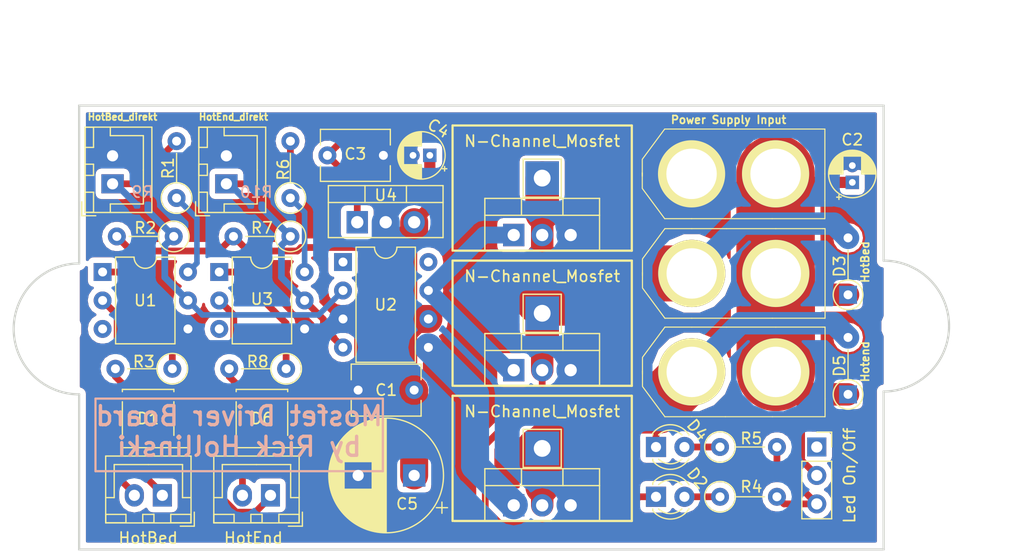
<source format=kicad_pcb>
(kicad_pcb (version 20171130) (host pcbnew "(5.0.0)")
  (layers (0 F.Cu signal) (31 B.Cu signal) (34 B.Paste user) (35 F.Paste user) (36 B.SilkS user) (37 F.SilkS user) (38 B.Mask user) (39 F.Mask user) (44 Edge.Cuts user))
  (net 0 "")
  (net 1 GND)
  (net 2 +10V)
  (net 3 VCC)
  (net 4 "Net-(D1-Pad1)")
  (net 5 "Net-(D1-Pad2)")
  (net 6 "Net-(D1-Pad3)")
  (net 7 "Net-(D1-Pad4)")
  (net 8 "Net-(D2-Pad2)")
  (net 9 "Net-(D2-Pad1)")
  (net 10 "Net-(D4-Pad1)")
  (net 11 "Net-(D4-Pad2)")
  (net 12 "Net-(D6-Pad4)")
  (net 13 "Net-(D6-Pad3)")
  (net 14 "Net-(D6-Pad2)")
  (net 15 "Net-(D6-Pad1)")
  (net 16 direct_Input1)
  (net 17 direct_Input2)
  (net 18 "Net-(Q1-Pad1)")
  (net 19 "Net-(Q3-Pad1)")
  (net 20 "Net-(R1-Pad1)")
  (net 21 "Net-(R2-Pad1)")
  (net 22 "Net-(R3-Pad1)")
  (net 23 "Net-(R4-Pad2)")
  (net 24 "Net-(R6-Pad1)")
  (net 25 "Net-(R8-Pad1)")
  (net 26 "Net-(R10-Pad1)")
  (module MountingHole:MountingHole_3.2mm_M3 (layer B.Cu) (at 94.541006 93.617747 180)
    (fp_text reference MH1 hide)
    (fp_text value MountingHole)
    (pad 1 np_thru_hole circle (at 0 0 180) (size 3.2 3.2) (drill 3.2) (layers *.Cu *.Mask))
  )
  (module Connector_JST:JST_XH_B02B-XH-A_1x02_P2.50mm_Vertical (layer F.Cu) (at 99.441 80.645 90)
    (fp_text reference J6 hide)
    (fp_text value HotBed_direkt (at 5.969 0.889 180) (layer F.SilkS) (effects (font (size 0.6 0.6))))
    (pad 2 thru_hole oval (at 2.5 0 90) (size 1.7 2) (drill 1) (layers *.Cu *.Mask) (net 1 GND))
    (pad 1 thru_hole rect (at 0 0 90) (size 1.7 2) (drill 1) (layers *.Cu *.Mask) (net 16 direct_Input1))
  )
  (module Diode_SMD:Diode_Bridge_Diotec_ABS (layer F.Cu) (at 102.616 101.6 180)
    (fp_text reference D1 (at 0 0 180) (layer F.SilkS))
    (fp_text value D_Bridge_+-AA)
    (pad 1 smd rect (at -2.975 -2 180) (size 1 0.7) (layers F.Cu F.Paste F.Mask) (net 4 "Net-(D1-Pad1)"))
    (pad 2 smd rect (at -2.975 2 180) (size 1 0.7) (layers F.Cu F.Paste F.Mask) (net 5 "Net-(D1-Pad2)"))
    (pad 3 smd rect (at 2.975 2 180) (size 1 0.7) (layers F.Cu F.Paste F.Mask) (net 6 "Net-(D1-Pad3)"))
    (pad 4 smd rect (at 2.975 -2 180) (size 1 0.7) (layers F.Cu F.Paste F.Mask) (net 7 "Net-(D1-Pad4)"))
  )
  (module Package_TO_SOT_THT:TO-220-3_Vertical (layer F.Cu) (at 121.285 84.074)
    (fp_text reference U4 (at 2.54 -2.413) (layer F.SilkS))
    (fp_text value L7810)
    (pad 1 thru_hole rect (at 0 0) (size 1.905 2) (drill 1.1) (layers *.Cu *.Mask) (net 3 VCC))
    (pad 2 thru_hole oval (at 2.54 0) (size 1.905 2) (drill 1.1) (layers *.Cu *.Mask) (net 1 GND))
    (pad 3 thru_hole oval (at 5.08 0) (size 1.905 2) (drill 1.1) (layers *.Cu *.Mask) (net 2 +10V))
  )
  (module Connector_PinSocket_2.54mm:PinSocket_1x03_P2.54mm_Vertical (layer F.Cu) (at 162.306 104.14)
    (fp_text reference SW1 hide)
    (fp_text value "Led On/Off" (at 2.921 2.54 90) (layer F.SilkS))
    (pad 1 thru_hole rect (at 0 0) (size 1.7 1.7) (drill 1) (layers *.Cu *.Mask))
    (pad 2 thru_hole oval (at 0 2.54) (size 1.7 1.7) (drill 1) (layers *.Cu *.Mask) (net 3 VCC))
    (pad 3 thru_hole oval (at 0 5.08) (size 1.7 1.7) (drill 1) (layers *.Cu *.Mask) (net 23 "Net-(R4-Pad2)"))
  )
  (module Package_TO_SOT_THT:TO-220-3_Vertical (layer F.Cu) (at 135.255 109.347)
    (fp_text reference Q3 hide)
    (fp_text value N-Channel_Mosfet (at 2.54 -8.382) (layer F.SilkS))
    (pad 3 thru_hole oval (at 5.08 0) (size 1.905 2) (drill 1.1) (layers *.Cu *.Mask) (net 1 GND))
    (pad 2 thru_hole oval (at 2.54 0) (size 1.905 2) (drill 1.1) (layers *.Cu *.Mask) (net 10 "Net-(D4-Pad1)"))
    (pad 1 thru_hole rect (at 0 0) (size 1.905 2) (drill 1.1) (layers *.Cu *.Mask) (net 19 "Net-(Q3-Pad1)"))
  )
  (module Package_TO_SOT_THT:TO-220-3_Vertical (layer F.Cu) (at 135.255 97.282)
    (fp_text reference Q2 hide)
    (fp_text value N-Channel_Mosfet (at 2.54 -8.382) (layer F.SilkS))
    (pad 1 thru_hole rect (at 0 0) (size 1.905 2) (drill 1.1) (layers *.Cu *.Mask) (net 18 "Net-(Q1-Pad1)"))
    (pad 2 thru_hole oval (at 2.54 0) (size 1.905 2) (drill 1.1) (layers *.Cu *.Mask) (net 9 "Net-(D2-Pad1)"))
    (pad 3 thru_hole oval (at 5.08 0) (size 1.905 2) (drill 1.1) (layers *.Cu *.Mask) (net 1 GND))
  )
  (module Capacitor_THT:C_Disc_D6.0mm_W4.4mm_P5.00mm (layer F.Cu) (at 126.365 99.06 180)
    (fp_text reference C1 (at 2.5 0 180) (layer F.SilkS))
    (fp_text value 100n)
    (pad 2 thru_hole circle (at 5 0 180) (size 1.6 1.6) (drill 0.8) (layers *.Cu *.Mask) (net 1 GND))
    (pad 1 thru_hole circle (at 0 0 180) (size 1.6 1.6) (drill 0.8) (layers *.Cu *.Mask) (net 2 +10V))
  )
  (module Capacitor_THT:C_Disc_D6.0mm_W4.4mm_P5.00mm (layer F.Cu) (at 118.618 78.105)
    (fp_text reference C3 (at 2.5 -0.127) (layer F.SilkS))
    (fp_text value 100n)
    (pad 1 thru_hole circle (at 0 0) (size 1.6 1.6) (drill 0.8) (layers *.Cu *.Mask) (net 3 VCC))
    (pad 2 thru_hole circle (at 5 0) (size 1.6 1.6) (drill 0.8) (layers *.Cu *.Mask) (net 1 GND))
  )
  (module Capacitor_THT:CP_Radial_D4.0mm_P1.50mm (layer F.Cu) (at 127.762 78.105 180)
    (fp_text reference C4 (at -0.762 2.413 150) (layer F.SilkS))
    (fp_text value 47µ)
    (pad 2 thru_hole circle (at 1.5 0 180) (size 1.2 1.2) (drill 0.6) (layers *.Cu *.Mask) (net 1 GND))
    (pad 1 thru_hole rect (at 0 0 180) (size 1.2 1.2) (drill 0.6) (layers *.Cu *.Mask) (net 2 +10V))
  )
  (module Capacitor_THT:CP_Radial_D10.0mm_P5.00mm (layer F.Cu) (at 126.365 106.68 180)
    (fp_text reference C5 (at 0.635 -2.54 180) (layer F.SilkS))
    (fp_text value 1000µ)
    (pad 1 thru_hole rect (at 0 0 180) (size 2 2) (drill 1) (layers *.Cu *.Mask) (net 2 +10V))
    (pad 2 thru_hole circle (at 5 0 180) (size 2 2) (drill 1) (layers *.Cu *.Mask) (net 1 GND))
  )
  (module LED_THT:LED_D3.0mm (layer F.Cu) (at 147.955 108.585)
    (fp_text reference D2 (at 3.683 -1.651 -50) (layer F.SilkS))
    (fp_text value LED)
    (pad 2 thru_hole circle (at 2.54 0) (size 1.8 1.8) (drill 0.9) (layers *.Cu *.Mask) (net 8 "Net-(D2-Pad2)"))
    (pad 1 thru_hole rect (at 0 0) (size 1.8 1.8) (drill 0.9) (layers *.Cu *.Mask) (net 9 "Net-(D2-Pad1)"))
  )
  (module LED_THT:LED_D3.0mm (layer F.Cu) (at 147.955 104.14)
    (fp_text reference D4 (at 3.683 -1.524 -50) (layer F.SilkS))
    (fp_text value LED)
    (pad 1 thru_hole rect (at 0 0) (size 1.8 1.8) (drill 0.9) (layers *.Cu *.Mask) (net 10 "Net-(D4-Pad1)"))
    (pad 2 thru_hole circle (at 2.54 0) (size 1.8 1.8) (drill 0.9) (layers *.Cu *.Mask) (net 11 "Net-(D4-Pad2)"))
  )
  (module Diode_SMD:Diode_Bridge_Diotec_ABS (layer F.Cu) (at 112.776 101.6 180)
    (fp_text reference D6 (at 0 0 180) (layer F.SilkS))
    (fp_text value D_Bridge_+-AA)
    (pad 4 smd rect (at 2.975 -2 180) (size 1 0.7) (layers F.Cu F.Paste F.Mask) (net 12 "Net-(D6-Pad4)"))
    (pad 3 smd rect (at 2.975 2 180) (size 1 0.7) (layers F.Cu F.Paste F.Mask) (net 13 "Net-(D6-Pad3)"))
    (pad 2 smd rect (at -2.975 2 180) (size 1 0.7) (layers F.Cu F.Paste F.Mask) (net 14 "Net-(D6-Pad2)"))
    (pad 1 smd rect (at -2.975 -2 180) (size 1 0.7) (layers F.Cu F.Paste F.Mask) (net 15 "Net-(D6-Pad1)"))
  )
  (module XT60:XT60 (layer F.Cu) (at 151.13 79.756)
    (fp_text reference J1 hide)
    (fp_text value "Power Supply Input" (at 3.302 -4.826 180) (layer F.SilkS) (effects (font (size 0.7 0.7))))
    (pad 1 thru_hole circle (at 0 0) (size 6 6) (drill 4.5) (layers *.Cu *.Mask F.SilkS) (net 1 GND))
    (pad 2 thru_hole circle (at 7.5 0) (size 6 6) (drill 4.5) (layers *.Cu *.Mask F.SilkS) (net 3 VCC))
  )
  (module Connector_JST:JST_XH_B02B-XH-A_1x02_P2.50mm_Vertical (layer F.Cu) (at 103.886 108.458 180)
    (fp_text reference J2 hide)
    (fp_text value HotBed (at 1.27 -3.81) (layer F.SilkS))
    (pad 1 thru_hole rect (at 0 0 180) (size 1.7 2) (drill 1) (layers *.Cu *.Mask) (net 7 "Net-(D1-Pad4)"))
    (pad 2 thru_hole oval (at 2.5 0 180) (size 1.7 2) (drill 1) (layers *.Cu *.Mask) (net 6 "Net-(D1-Pad3)"))
  )
  (module XT60:XT60 (layer F.Cu) (at 151.147442 88.646)
    (fp_text reference J3 hide)
    (fp_text value HotBed (at 15.476558 -1.016 90) (layer F.SilkS) (effects (font (size 0.7 0.7))))
    (pad 2 thru_hole circle (at 7.5 0) (size 6 6) (drill 4.5) (layers *.Cu *.Mask F.SilkS) (net 3 VCC))
    (pad 1 thru_hole circle (at 0 0) (size 6 6) (drill 4.5) (layers *.Cu *.Mask F.SilkS) (net 9 "Net-(D2-Pad1)"))
  )
  (module XT60:XT60 (layer F.Cu) (at 151.147442 97.437319)
    (fp_text reference J4 hide)
    (fp_text value Hotend (at 15.476558 -0.917319 90) (layer F.SilkS) (effects (font (size 0.7 0.7))))
    (pad 1 thru_hole circle (at 0 0) (size 6 6) (drill 4.5) (layers *.Cu *.Mask F.SilkS) (net 10 "Net-(D4-Pad1)"))
    (pad 2 thru_hole circle (at 7.5 0) (size 6 6) (drill 4.5) (layers *.Cu *.Mask F.SilkS) (net 3 VCC))
  )
  (module Connector_JST:JST_XH_B02B-XH-A_1x02_P2.50mm_Vertical (layer F.Cu) (at 113.538 108.458 180)
    (fp_text reference J5 hide)
    (fp_text value HotEnd (at 1.524 -3.81) (layer F.SilkS))
    (pad 2 thru_hole oval (at 2.5 0 180) (size 1.7 2) (drill 1) (layers *.Cu *.Mask) (net 13 "Net-(D6-Pad3)"))
    (pad 1 thru_hole rect (at 0 0 180) (size 1.7 2) (drill 1) (layers *.Cu *.Mask) (net 12 "Net-(D6-Pad4)"))
  )
  (module Package_TO_SOT_THT:TO-220-3_Vertical (layer F.Cu) (at 135.255 85.217)
    (fp_text reference Q1 hide)
    (fp_text value N-Channel_Mosfet (at 2.54 -8.382) (layer F.SilkS))
    (pad 3 thru_hole oval (at 5.08 0) (size 1.905 2) (drill 1.1) (layers *.Cu *.Mask) (net 1 GND))
    (pad 2 thru_hole oval (at 2.54 0) (size 1.905 2) (drill 1.1) (layers *.Cu *.Mask) (net 9 "Net-(D2-Pad1)"))
    (pad 1 thru_hole rect (at 0 0) (size 1.905 2) (drill 1.1) (layers *.Cu *.Mask) (net 18 "Net-(Q1-Pad1)"))
  )
  (module Package_DIP:DIP-6_W7.62mm (layer F.Cu) (at 98.552 88.519)
    (fp_text reference U1 (at 3.81 2.54) (layer F.SilkS))
    (fp_text value 4N35)
    (pad 6 thru_hole oval (at 7.62 0) (size 1.6 1.6) (drill 0.8) (layers *.Cu *.Mask) (net 20 "Net-(R1-Pad1)"))
    (pad 3 thru_hole oval (at 0 5.08) (size 1.6 1.6) (drill 0.8) (layers *.Cu *.Mask))
    (pad 5 thru_hole oval (at 7.62 2.54) (size 1.6 1.6) (drill 0.8) (layers *.Cu *.Mask) (net 21 "Net-(R2-Pad1)"))
    (pad 2 thru_hole oval (at 0 2.54) (size 1.6 1.6) (drill 0.8) (layers *.Cu *.Mask) (net 5 "Net-(D1-Pad2)"))
    (pad 4 thru_hole oval (at 7.62 5.08) (size 1.6 1.6) (drill 0.8) (layers *.Cu *.Mask) (net 1 GND))
    (pad 1 thru_hole rect (at 0 0) (size 1.6 1.6) (drill 0.8) (layers *.Cu *.Mask) (net 22 "Net-(R3-Pad1)"))
  )
  (module Package_DIP:DIP-8_W7.62mm (layer F.Cu) (at 120.015 87.63)
    (fp_text reference U2 (at 3.81 3.81) (layer F.SilkS))
    (fp_text value TC4426CPA)
    (pad 1 thru_hole rect (at 0 0) (size 1.6 1.6) (drill 0.8) (layers *.Cu *.Mask))
    (pad 5 thru_hole oval (at 7.62 7.62) (size 1.6 1.6) (drill 0.8) (layers *.Cu *.Mask) (net 19 "Net-(Q3-Pad1)"))
    (pad 2 thru_hole oval (at 0 2.54) (size 1.6 1.6) (drill 0.8) (layers *.Cu *.Mask) (net 21 "Net-(R2-Pad1)"))
    (pad 6 thru_hole oval (at 7.62 5.08) (size 1.6 1.6) (drill 0.8) (layers *.Cu *.Mask) (net 2 +10V))
    (pad 3 thru_hole oval (at 0 5.08) (size 1.6 1.6) (drill 0.8) (layers *.Cu *.Mask) (net 1 GND))
    (pad 7 thru_hole oval (at 7.62 2.54) (size 1.6 1.6) (drill 0.8) (layers *.Cu *.Mask) (net 18 "Net-(Q1-Pad1)"))
    (pad 4 thru_hole oval (at 0 7.62) (size 1.6 1.6) (drill 0.8) (layers *.Cu *.Mask) (net 26 "Net-(R10-Pad1)"))
    (pad 8 thru_hole oval (at 7.62 0) (size 1.6 1.6) (drill 0.8) (layers *.Cu *.Mask))
  )
  (module Package_DIP:DIP-6_W7.62mm (layer F.Cu) (at 108.966 88.519)
    (fp_text reference U3 (at 3.81 2.413) (layer F.SilkS))
    (fp_text value 4N35)
    (pad 1 thru_hole rect (at 0 0) (size 1.6 1.6) (drill 0.8) (layers *.Cu *.Mask) (net 25 "Net-(R8-Pad1)"))
    (pad 4 thru_hole oval (at 7.62 5.08) (size 1.6 1.6) (drill 0.8) (layers *.Cu *.Mask) (net 1 GND))
    (pad 2 thru_hole oval (at 0 2.54) (size 1.6 1.6) (drill 0.8) (layers *.Cu *.Mask) (net 14 "Net-(D6-Pad2)"))
    (pad 5 thru_hole oval (at 7.62 2.54) (size 1.6 1.6) (drill 0.8) (layers *.Cu *.Mask) (net 26 "Net-(R10-Pad1)"))
    (pad 3 thru_hole oval (at 0 5.08) (size 1.6 1.6) (drill 0.8) (layers *.Cu *.Mask))
    (pad 6 thru_hole oval (at 7.62 0) (size 1.6 1.6) (drill 0.8) (layers *.Cu *.Mask) (net 24 "Net-(R6-Pad1)"))
  )
  (module Diode_THT:D_DO-35_SOD27_P5.08mm_Vertical_AnodeUp (layer F.Cu) (at 165.1 90.551 90)
    (fp_text reference D3 (at 2.54 -0.762 90) (layer F.SilkS))
    (fp_text value D_Schottky hide)
    (pad 1 thru_hole rect (at 0 0 90) (size 1.6 1.6) (drill 0.8) (layers *.Cu *.Mask) (net 3 VCC))
    (pad 2 thru_hole oval (at 5.08 0 90) (size 1.6 1.6) (drill 0.8) (layers *.Cu *.Mask) (net 9 "Net-(D2-Pad1)"))
  )
  (module Diode_THT:D_DO-35_SOD27_P5.08mm_Vertical_AnodeUp (layer F.Cu) (at 165.1 99.441 90)
    (fp_text reference D5 (at 2.54 -0.762 90) (layer F.SilkS))
    (fp_text value D_Schottky hide)
    (pad 2 thru_hole oval (at 5.08 0 90) (size 1.6 1.6) (drill 0.8) (layers *.Cu *.Mask) (net 10 "Net-(D4-Pad1)"))
    (pad 1 thru_hole rect (at 0 0 90) (size 1.6 1.6) (drill 0.8) (layers *.Cu *.Mask) (net 3 VCC))
  )
  (module Resistor_THT:R_Axial_DIN0207_L6.3mm_D2.5mm_P5.08mm_Vertical (layer F.Cu) (at 105.156 81.915 90)
    (fp_text reference R1 (at 2.667 -0.762 90) (layer F.SilkS))
    (fp_text value 512)
    (pad 2 thru_hole oval (at 5.08 0 90) (size 1.6 1.6) (drill 0.8) (layers *.Cu *.Mask) (net 16 direct_Input1))
    (pad 1 thru_hole circle (at 0 0 90) (size 1.6 1.6) (drill 0.8) (layers *.Cu *.Mask) (net 20 "Net-(R1-Pad1)"))
  )
  (module Resistor_THT:R_Axial_DIN0207_L6.3mm_D2.5mm_P5.08mm_Vertical (layer F.Cu) (at 104.902 85.344 180)
    (fp_text reference R2 (at 2.54 0.762 180) (layer F.SilkS))
    (fp_text value 10k)
    (pad 1 thru_hole circle (at 0 0 180) (size 1.6 1.6) (drill 0.8) (layers *.Cu *.Mask) (net 21 "Net-(R2-Pad1)"))
    (pad 2 thru_hole oval (at 5.08 0 180) (size 1.6 1.6) (drill 0.8) (layers *.Cu *.Mask) (net 2 +10V))
  )
  (module Resistor_THT:R_Axial_DIN0207_L6.3mm_D2.5mm_P5.08mm_Vertical (layer F.Cu) (at 104.775 97.155 180)
    (fp_text reference R3 (at 2.54 0.635 180) (layer F.SilkS))
    (fp_text value 10k)
    (pad 2 thru_hole oval (at 5.08 0 180) (size 1.6 1.6) (drill 0.8) (layers *.Cu *.Mask) (net 4 "Net-(D1-Pad1)"))
    (pad 1 thru_hole circle (at 0 0 180) (size 1.6 1.6) (drill 0.8) (layers *.Cu *.Mask) (net 22 "Net-(R3-Pad1)"))
  )
  (module Resistor_THT:R_Axial_DIN0207_L6.3mm_D2.5mm_P5.08mm_Vertical (layer F.Cu) (at 153.67 108.585)
    (fp_text reference R4 (at 2.794 -0.889) (layer F.SilkS))
    (fp_text value 2,2k)
    (pad 1 thru_hole circle (at 0 0) (size 1.6 1.6) (drill 0.8) (layers *.Cu *.Mask) (net 8 "Net-(D2-Pad2)"))
    (pad 2 thru_hole oval (at 5.08 0) (size 1.6 1.6) (drill 0.8) (layers *.Cu *.Mask) (net 23 "Net-(R4-Pad2)"))
  )
  (module Resistor_THT:R_Axial_DIN0207_L6.3mm_D2.5mm_P5.08mm_Vertical (layer F.Cu) (at 153.67 104.14)
    (fp_text reference R5 (at 2.794 -0.762) (layer F.SilkS))
    (fp_text value 2,2k)
    (pad 2 thru_hole oval (at 5.08 0) (size 1.6 1.6) (drill 0.8) (layers *.Cu *.Mask) (net 23 "Net-(R4-Pad2)"))
    (pad 1 thru_hole circle (at 0 0) (size 1.6 1.6) (drill 0.8) (layers *.Cu *.Mask) (net 11 "Net-(D4-Pad2)"))
  )
  (module Resistor_THT:R_Axial_DIN0207_L6.3mm_D2.5mm_P5.08mm_Vertical (layer F.Cu) (at 115.316 81.915 90)
    (fp_text reference R6 (at 2.54 -0.635 90) (layer F.SilkS))
    (fp_text value 512)
    (pad 1 thru_hole circle (at 0 0 90) (size 1.6 1.6) (drill 0.8) (layers *.Cu *.Mask) (net 24 "Net-(R6-Pad1)"))
    (pad 2 thru_hole oval (at 5.08 0 90) (size 1.6 1.6) (drill 0.8) (layers *.Cu *.Mask) (net 17 direct_Input2))
  )
  (module Resistor_THT:R_Axial_DIN0207_L6.3mm_D2.5mm_P5.08mm_Vertical (layer F.Cu) (at 115.316 85.344 180)
    (fp_text reference R7 (at 2.54 0.762 180) (layer F.SilkS))
    (fp_text value 10k)
    (pad 2 thru_hole oval (at 5.08 0 180) (size 1.6 1.6) (drill 0.8) (layers *.Cu *.Mask) (net 2 +10V))
    (pad 1 thru_hole circle (at 0 0 180) (size 1.6 1.6) (drill 0.8) (layers *.Cu *.Mask) (net 26 "Net-(R10-Pad1)"))
  )
  (module Resistor_THT:R_Axial_DIN0207_L6.3mm_D2.5mm_P5.08mm_Vertical (layer F.Cu) (at 114.935 97.155 180)
    (fp_text reference R8 (at 2.54 0.635 180) (layer F.SilkS))
    (fp_text value 10k)
    (pad 1 thru_hole circle (at 0 0 180) (size 1.6 1.6) (drill 0.8) (layers *.Cu *.Mask) (net 25 "Net-(R8-Pad1)"))
    (pad 2 thru_hole oval (at 5.08 0 180) (size 1.6 1.6) (drill 0.8) (layers *.Cu *.Mask) (net 15 "Net-(D6-Pad1)"))
  )
  (module Connector_JST:JST_XH_B02B-XH-A_1x02_P2.50mm_Vertical (layer F.Cu) (at 109.601 80.645 90)
    (fp_text reference J7 hide)
    (fp_text value HotEnd_direkt (at 5.969 0.635 180) (layer F.SilkS) (effects (font (size 0.6 0.6))))
    (pad 1 thru_hole rect (at 0 0 90) (size 1.7 2) (drill 1) (layers *.Cu *.Mask) (net 17 direct_Input2))
    (pad 2 thru_hole oval (at 2.5 0 90) (size 1.7 2) (drill 1) (layers *.Cu *.Mask) (net 1 GND))
  )
  (module Resistor_SMD:R_0402_1005Metric (layer B.Cu) (at 102.108 82.55 180)
    (fp_text reference R9 (at 0 1.17 180) (layer B.SilkS) (effects (justify mirror)))
    (fp_text value 0)
    (pad 1 smd roundrect (at -0.485 0 180) (size 0.59 0.64) (layers B.Cu B.Paste B.Mask) (net 21 "Net-(R2-Pad1)"))
    (pad 2 smd roundrect (at 0.485 0 180) (size 0.59 0.64) (layers B.Cu B.Paste B.Mask) (net 16 direct_Input1))
  )
  (module Resistor_SMD:R_0402_1005Metric (layer B.Cu) (at 112.268 82.55 180)
    (fp_text reference R10 (at 0 1.17 180) (layer B.SilkS) (effects (justify mirror)))
    (fp_text value 0)
    (pad 2 smd roundrect (at 0.485 0 180) (size 0.59 0.64) (layers B.Cu B.Paste B.Mask) (net 17 direct_Input2))
    (pad 1 smd roundrect (at -0.485 0 180) (size 0.59 0.64) (layers B.Cu B.Paste B.Mask) (net 26 "Net-(R10-Pad1)"))
  )
  (module Capacitor_THT:CP_Radial_D4.0mm_P1.50mm (layer F.Cu) (at 165.481 80.518 90)
    (fp_text reference C2 (at 3.81 0 180) (layer F.SilkS))
    (fp_text value 4,7µ)
    (pad 1 thru_hole rect (at 0 0 90) (size 1.2 1.2) (drill 0.6) (layers *.Cu *.Mask) (net 3 VCC))
    (pad 2 thru_hole circle (at 1.5 0 90) (size 1.2 1.2) (drill 0.6) (layers *.Cu *.Mask) (net 1 GND))
  )
  (module MountingHole:MountingHole_3.2mm_M3 (layer B.Cu) (at 170.18 93.345)
    (fp_text reference MH2 hide)
    (fp_text value MountingHole)
    (pad 1 np_thru_hole circle (at 0 0) (size 3.2 3.2) (drill 3.2) (layers *.Cu *.Mask))
  )
  (module TestPoint:TestPoint_THTPad_3.0x3.0mm_Drill1.5mm (layer F.Cu) (at 137.795 80.137)
    (fp_text reference TP1 hide)
    (fp_text value TestPoint)
    (pad 1 thru_hole rect (at 0 0) (size 3 3) (drill 1.5) (layers *.Cu *.Mask) (net 9 "Net-(D2-Pad1)"))
  )
  (module TestPoint:TestPoint_THTPad_3.0x3.0mm_Drill1.5mm (layer F.Cu) (at 137.795 92.202)
    (fp_text reference TP2 hide)
    (fp_text value TestPoint)
    (pad 1 thru_hole rect (at 0 0) (size 3 3) (drill 1.5) (layers *.Cu *.Mask) (net 9 "Net-(D2-Pad1)"))
  )
  (module TestPoint:TestPoint_THTPad_3.0x3.0mm_Drill1.5mm (layer F.Cu) (at 137.795 104.267)
    (fp_text reference TP3 hide)
    (fp_text value TestPoint)
    (pad 1 thru_hole rect (at 0 0) (size 3 3) (drill 1.5) (layers *.Cu *.Mask) (net 10 "Net-(D4-Pad1)"))
  )
  (gr_arc (start 96.4565 93.599) (end 96.4565 87.757) (angle -180) (layer Edge.Cuts) (width 0.2))
  (gr_arc (start 168.275 93.345) (end 168.275 99.187) (angle -180) (layer Edge.Cuts) (width 0.2))
  (gr_line (start 96.4565 73.66) (end 96.4565 87.757) (layer Edge.Cuts) (width 0.2))
  (gr_line (start 96.4565 99.441) (end 96.4565 113.284) (layer Edge.Cuts) (width 0.2))
  (gr_line (start 168.275 87.503) (end 168.275 73.66) (layer Edge.Cuts) (width 0.2))
  (gr_line (start 168.275 113.284) (end 168.275 99.187) (layer Edge.Cuts) (width 0.2))
  (gr_line (start 97.917 106.299) (end 97.917 99.822) (layer B.SilkS) (width 0.2))
  (gr_line (start 123.571 106.299) (end 97.917 106.299) (layer B.SilkS) (width 0.2))
  (gr_line (start 123.571 99.822) (end 123.571 106.299) (layer B.SilkS) (width 0.2))
  (gr_line (start 97.917 99.822) (end 123.571 99.822) (layer B.SilkS) (width 0.2))
  (gr_text "Mosfet Driver Board\nby Rick Hollinski" (at 110.744 102.743) (layer B.SilkS) (effects (font (size 1.7 1.7) (thickness 0.3)) (justify mirror)))
  (gr_line (start 168.275 113.284) (end 96.4565 113.284) (layer Edge.Cuts) (width 0.2))
  (gr_line (start 96.4565 73.66) (end 168.275 73.66) (layer Edge.Cuts) (width 0.2))
  (gr_line (start 129.794 99.568) (end 129.794 110.744) (layer F.SilkS) (width 0.2))
  (gr_line (start 145.796 99.568) (end 129.794 99.568) (layer F.SilkS) (width 0.2))
  (gr_line (start 145.796 110.744) (end 145.796 99.568) (layer F.SilkS) (width 0.2))
  (gr_line (start 129.921 110.744) (end 145.796 110.744) (layer F.SilkS) (width 0.2))
  (gr_line (start 145.796 87.503) (end 129.794 87.503) (layer F.SilkS) (width 0.2))
  (gr_line (start 145.796 98.679) (end 145.796 87.503) (layer F.SilkS) (width 0.2))
  (gr_line (start 129.794 87.503) (end 129.794 98.679) (layer F.SilkS) (width 0.2))
  (gr_line (start 129.921 98.679) (end 145.796 98.679) (layer F.SilkS) (width 0.2))
  (gr_line (start 145.796 75.438) (end 129.794 75.438) (layer F.SilkS) (width 0.2))
  (gr_line (start 145.796 86.614) (end 145.796 75.438) (layer F.SilkS) (width 0.2))
  (gr_line (start 129.921 86.614) (end 145.796 86.614) (layer F.SilkS) (width 0.2))
  (gr_line (start 129.794 75.438) (end 129.794 86.614) (layer F.SilkS) (width 0.2))
  (segment (start 150.876 79.502) (end 151.13 79.756) (width 1.5) (layer F.Cu) (net 1))
  (segment (start 121.365 99.06) (end 121.365 106.68) (width 2.5) (layer F.Cu) (net 1))
  (segment (start 122.164999 98.260001) (end 121.365 99.06) (width 2.5) (layer F.Cu) (net 1))
  (segment (start 122.265001 98.159999) (end 122.164999 98.260001) (width 2.5) (layer F.Cu) (net 1))
  (segment (start 122.265001 93.828631) (end 122.265001 98.159999) (width 2.5) (layer F.Cu) (net 1))
  (segment (start 120.015 92.71) (end 121.14637 92.71) (width 2.5) (layer F.Cu) (net 1))
  (segment (start 121.14637 92.71) (end 122.265001 93.828631) (width 2.5) (layer F.Cu) (net 1))
  (segment (start 121.14637 92.71) (end 120.015 92.71) (width 2.5) (layer B.Cu) (net 1))
  (segment (start 123.825 84.074) (end 123.825 90.03137) (width 2.5) (layer B.Cu) (net 1))
  (segment (start 123.825 90.03137) (end 121.14637 92.71) (width 2.5) (layer B.Cu) (net 1))
  (segment (start 106.971999 94.398999) (end 106.172 93.599) (width 0.6) (layer B.Cu) (net 1))
  (segment (start 107.472001 94.899001) (end 106.971999 94.398999) (width 0.6) (layer B.Cu) (net 1))
  (segment (start 116.072631 94.899001) (end 107.472001 94.899001) (width 0.6) (layer B.Cu) (net 1))
  (segment (start 121.365 99.06) (end 120.23363 99.06) (width 0.6) (layer B.Cu) (net 1))
  (segment (start 116.586 94.73037) (end 116.586 95.41237) (width 0.6) (layer B.Cu) (net 1))
  (segment (start 116.586 93.599) (end 116.586 94.73037) (width 0.6) (layer B.Cu) (net 1))
  (segment (start 120.23363 99.06) (end 116.586 95.41237) (width 0.6) (layer B.Cu) (net 1))
  (segment (start 116.586 95.41237) (end 116.072631 94.899001) (width 0.6) (layer B.Cu) (net 1))
  (segment (start 123.825 78.312) (end 123.618 78.105) (width 2) (layer B.Cu) (net 1))
  (segment (start 123.618 79.23637) (end 122.749369 80.105001) (width 2) (layer B.Cu) (net 1))
  (segment (start 123.618 78.105) (end 123.618 79.23637) (width 2) (layer B.Cu) (net 1))
  (segment (start 122.749369 80.105001) (end 116.466003 80.105001) (width 2) (layer B.Cu) (net 1))
  (segment (start 116.466003 80.105001) (end 115.196003 78.835001) (width 2) (layer B.Cu) (net 1))
  (segment (start 111.111002 78.145) (end 109.601 78.145) (width 2) (layer B.Cu) (net 1))
  (segment (start 115.196003 78.835001) (end 111.801003 78.835001) (width 2) (layer B.Cu) (net 1))
  (segment (start 111.801003 78.835001) (end 111.111002 78.145) (width 2) (layer B.Cu) (net 1))
  (segment (start 102.441 78.145) (end 99.441 78.145) (width 2) (layer B.Cu) (net 1))
  (segment (start 103.131001 78.835001) (end 102.441 78.145) (width 2) (layer B.Cu) (net 1))
  (segment (start 106.116001 78.835001) (end 103.131001 78.835001) (width 2) (layer B.Cu) (net 1))
  (segment (start 109.601 78.145) (end 106.806002 78.145) (width 2) (layer B.Cu) (net 1))
  (segment (start 106.806002 78.145) (end 106.116001 78.835001) (width 2) (layer B.Cu) (net 1))
  (segment (start 126.262 78.105) (end 123.618 78.105) (width 1) (layer B.Cu) (net 1))
  (segment (start 140.335 85.217) (end 140.335 84.665392) (width 2) (layer B.Cu) (net 1))
  (segment (start 124.079 81.28) (end 123.825 81.026) (width 2) (layer B.Cu) (net 1))
  (segment (start 123.825 84.074) (end 123.825 81.026) (width 2) (layer B.Cu) (net 1))
  (segment (start 123.825 81.026) (end 123.825 78.312) (width 2) (layer B.Cu) (net 1))
  (segment (start 142.796001 82.755999) (end 141.44751 84.10449) (width 5) (layer B.Cu) (net 1))
  (segment (start 151.13 79.756) (end 148.130001 82.755999) (width 5) (layer B.Cu) (net 1))
  (segment (start 148.130001 82.755999) (end 142.796001 82.755999) (width 5) (layer B.Cu) (net 1))
  (segment (start 154.129999 76.756001) (end 151.13 79.756) (width 1) (layer B.Cu) (net 1))
  (segment (start 154.830001 76.055999) (end 154.129999 76.756001) (width 1) (layer B.Cu) (net 1))
  (segment (start 165.481 79.018) (end 162.518999 76.055999) (width 1) (layer B.Cu) (net 1))
  (segment (start 162.518999 76.055999) (end 154.830001 76.055999) (width 1) (layer B.Cu) (net 1))
  (segment (start 140.335 85.2645) (end 140.335 85.217) (width 2.5) (layer B.Cu) (net 1))
  (segment (start 141.097 86.0265) (end 140.335 85.2645) (width 2.5) (layer B.Cu) (net 1))
  (segment (start 141.097 96.4725) (end 141.097 86.0265) (width 2.5) (layer B.Cu) (net 1))
  (segment (start 140.335 97.282) (end 140.335 97.2345) (width 2.5) (layer B.Cu) (net 1))
  (segment (start 140.335 97.2345) (end 141.097 96.4725) (width 2.5) (layer B.Cu) (net 1))
  (segment (start 140.335 97.3295) (end 140.335 97.282) (width 2.5) (layer B.Cu) (net 1))
  (segment (start 140.97 97.9645) (end 140.335 97.3295) (width 2.5) (layer B.Cu) (net 1))
  (segment (start 140.97 108.6645) (end 140.97 97.9645) (width 2.5) (layer B.Cu) (net 1))
  (segment (start 140.335 109.347) (end 140.335 109.2995) (width 2.5) (layer B.Cu) (net 1))
  (segment (start 140.335 109.2995) (end 140.97 108.6645) (width 2.5) (layer B.Cu) (net 1))
  (segment (start 148.130001 76.756001) (end 134.190999 76.756001) (width 2.5) (layer B.Cu) (net 1))
  (segment (start 151.13 79.756) (end 148.130001 76.756001) (width 2.5) (layer B.Cu) (net 1))
  (segment (start 129.921 81.026) (end 123.825 81.026) (width 2.5) (layer B.Cu) (net 1))
  (segment (start 134.190999 76.756001) (end 129.921 81.026) (width 2.5) (layer B.Cu) (net 1))
  (segment (start 126.365 99.06) (end 126.365 106.68) (width 2.5) (layer F.Cu) (net 2))
  (segment (start 125.565001 98.260001) (end 126.365 99.06) (width 2.5) (layer F.Cu) (net 2))
  (segment (start 125.384999 98.079999) (end 125.565001 98.260001) (width 2.5) (layer F.Cu) (net 2))
  (segment (start 125.384999 93.828631) (end 125.384999 98.079999) (width 2.5) (layer F.Cu) (net 2))
  (segment (start 127.635 92.71) (end 126.50363 92.71) (width 2.5) (layer F.Cu) (net 2))
  (segment (start 126.50363 92.71) (end 125.384999 93.828631) (width 2.5) (layer F.Cu) (net 2))
  (segment (start 126.365 84.979162) (end 126.365 84.074) (width 2.5) (layer F.Cu) (net 2))
  (segment (start 125.384999 85.959163) (end 126.365 84.979162) (width 2.5) (layer F.Cu) (net 2))
  (segment (start 126.50363 92.71) (end 125.384999 91.591369) (width 2.5) (layer F.Cu) (net 2))
  (segment (start 125.384999 91.591369) (end 125.384999 85.959163) (width 2.5) (layer F.Cu) (net 2))
  (segment (start 100.621999 86.143999) (end 99.822 85.344) (width 0.6) (layer F.Cu) (net 2))
  (segment (start 101.122001 86.644001) (end 100.621999 86.143999) (width 0.6) (layer F.Cu) (net 2))
  (segment (start 110.236 85.344) (end 108.935999 86.644001) (width 0.6) (layer F.Cu) (net 2))
  (segment (start 108.935999 86.644001) (end 101.122001 86.644001) (width 0.6) (layer F.Cu) (net 2))
  (segment (start 111.035999 86.143999) (end 110.236 85.344) (width 0.6) (layer F.Cu) (net 2))
  (segment (start 126.365 84.1215) (end 124.156501 86.329999) (width 0.6) (layer F.Cu) (net 2))
  (segment (start 126.365 84.074) (end 126.365 84.1215) (width 0.6) (layer F.Cu) (net 2))
  (segment (start 116.254003 86.329999) (end 115.940001 86.644001) (width 0.6) (layer F.Cu) (net 2))
  (segment (start 115.940001 86.644001) (end 111.536001 86.644001) (width 0.6) (layer F.Cu) (net 2))
  (segment (start 124.156501 86.329999) (end 116.254003 86.329999) (width 0.6) (layer F.Cu) (net 2))
  (segment (start 111.536001 86.644001) (end 111.035999 86.143999) (width 0.6) (layer F.Cu) (net 2))
  (segment (start 127.762 82.677) (end 126.365 84.074) (width 1) (layer F.Cu) (net 2))
  (segment (start 127.762 78.105) (end 127.762 82.677) (width 1) (layer F.Cu) (net 2))
  (segment (start 158.63 88.628558) (end 158.647442 88.646) (width 7) (layer F.Cu) (net 3))
  (segment (start 158.63 79.756) (end 158.63 88.628558) (width 7) (layer F.Cu) (net 3))
  (segment (start 158.647442 88.646) (end 158.647442 97.437319) (width 7) (layer F.Cu) (net 3))
  (segment (start 160.552442 90.551) (end 158.647442 88.646) (width 2) (layer F.Cu) (net 3))
  (segment (start 165.1 90.551) (end 160.552442 90.551) (width 2) (layer F.Cu) (net 3))
  (segment (start 160.651123 99.441) (end 158.647442 97.437319) (width 2) (layer F.Cu) (net 3))
  (segment (start 165.1 99.441) (end 160.651123 99.441) (width 2) (layer F.Cu) (net 3))
  (segment (start 119.417999 77.305001) (end 118.618 78.105) (width 0.6) (layer F.Cu) (net 3))
  (segment (start 120.467001 76.255999) (end 119.417999 77.305001) (width 0.6) (layer F.Cu) (net 3))
  (segment (start 158.63 79.756) (end 155.129999 76.255999) (width 0.6) (layer F.Cu) (net 3))
  (segment (start 155.129999 76.255999) (end 120.467001 76.255999) (width 0.6) (layer F.Cu) (net 3))
  (segment (start 121.285 80.772) (end 118.618 78.105) (width 0.6) (layer F.Cu) (net 3))
  (segment (start 121.285 84.074) (end 121.285 80.772) (width 0.6) (layer F.Cu) (net 3))
  (segment (start 160.955999 99.745876) (end 160.651123 99.441) (width 0.6) (layer F.Cu) (net 3))
  (segment (start 162.306 106.68) (end 160.955999 105.329999) (width 0.6) (layer F.Cu) (net 3))
  (segment (start 160.955999 105.329999) (end 160.955999 99.745876) (width 0.6) (layer F.Cu) (net 3))
  (segment (start 159.392 80.518) (end 158.63 79.756) (width 1) (layer F.Cu) (net 3))
  (segment (start 165.481 80.518) (end 159.392 80.518) (width 1) (layer F.Cu) (net 3))
  (segment (start 99.695 97.854) (end 99.695 97.155) (width 0.6) (layer F.Cu) (net 4))
  (segment (start 105.591 103.6) (end 105.441 103.6) (width 0.6) (layer F.Cu) (net 4))
  (segment (start 105.441 103.6) (end 99.695 97.854) (width 0.6) (layer F.Cu) (net 4))
  (segment (start 99.351999 91.858999) (end 98.552 91.059) (width 0.6) (layer F.Cu) (net 5))
  (segment (start 99.852001 92.359001) (end 99.351999 91.858999) (width 0.6) (layer F.Cu) (net 5))
  (segment (start 99.852001 94.961001) (end 99.852001 92.359001) (width 0.6) (layer F.Cu) (net 5))
  (segment (start 105.591 99.6) (end 104.491 99.6) (width 0.6) (layer F.Cu) (net 5))
  (segment (start 104.491 99.6) (end 99.852001 94.961001) (width 0.6) (layer F.Cu) (net 5))
  (segment (start 99.641 100.55) (end 99.641 99.6) (width 0.6) (layer F.Cu) (net 6))
  (segment (start 98.640999 101.550001) (end 99.641 100.55) (width 0.6) (layer F.Cu) (net 6))
  (segment (start 98.640999 105.562999) (end 98.640999 101.550001) (width 0.6) (layer F.Cu) (net 6))
  (segment (start 101.386 108.458) (end 101.386 108.308) (width 0.6) (layer F.Cu) (net 6))
  (segment (start 101.386 108.308) (end 98.640999 105.562999) (width 0.6) (layer F.Cu) (net 6))
  (segment (start 99.641 104.063) (end 99.641 103.6) (width 0.6) (layer F.Cu) (net 7))
  (segment (start 103.886 108.458) (end 103.886 108.308) (width 0.6) (layer F.Cu) (net 7))
  (segment (start 103.886 108.308) (end 99.641 104.063) (width 0.6) (layer F.Cu) (net 7))
  (segment (start 153.67 108.585) (end 150.495 108.585) (width 0.6) (layer F.Cu) (net 8))
  (segment (start 154.147441 85.646001) (end 151.147442 88.646) (width 2) (layer B.Cu) (net 9))
  (segment (start 155.592442 84.201) (end 154.147441 85.646001) (width 2) (layer B.Cu) (net 9))
  (segment (start 165.1 85.471) (end 163.83 84.201) (width 2) (layer B.Cu) (net 9))
  (segment (start 163.83 84.201) (end 155.592442 84.201) (width 2) (layer B.Cu) (net 9))
  (segment (start 137.795 92.202) (end 137.795 92.202) (width 2) (layer F.Cu) (net 9))
  (segment (start 144.745802 90.805) (end 137.795 90.805) (width 5) (layer F.Cu) (net 9))
  (segment (start 146.904802 88.646) (end 144.745802 90.805) (width 5) (layer F.Cu) (net 9))
  (segment (start 151.147442 88.646) (end 146.904802 88.646) (width 5) (layer F.Cu) (net 9))
  (segment (start 137.795 90.805) (end 137.795 92.202) (width 2) (layer F.Cu) (net 9))
  (segment (start 146.455 108.585) (end 143.915 111.125) (width 0.6) (layer F.Cu) (net 9))
  (segment (start 147.955 108.585) (end 146.455 108.585) (width 0.6) (layer F.Cu) (net 9))
  (segment (start 134.180498 111.125) (end 132.715 109.659502) (width 0.6) (layer F.Cu) (net 9))
  (segment (start 143.915 111.125) (end 134.180498 111.125) (width 0.6) (layer F.Cu) (net 9))
  (segment (start 137.795 98.882) (end 137.795 97.282) (width 0.6) (layer F.Cu) (net 9))
  (segment (start 132.715 109.659502) (end 132.715 103.962) (width 0.6) (layer F.Cu) (net 9))
  (segment (start 132.715 103.962) (end 137.795 98.882) (width 0.6) (layer F.Cu) (net 9))
  (segment (start 137.795 80.137) (end 137.795 81.516999) (width 2) (layer F.Cu) (net 9))
  (segment (start 137.795 80.137) (end 137.795 83.312) (width 3) (layer F.Cu) (net 9))
  (segment (start 137.795 81.516999) (end 137.795 83.312) (width 2) (layer F.Cu) (net 9))
  (segment (start 137.795 83.312) (end 137.795 85.217) (width 2) (layer F.Cu) (net 9))
  (segment (start 137.795 94.742) (end 137.795 97.282) (width 2) (layer F.Cu) (net 9))
  (segment (start 137.795 92.202) (end 137.795 94.742) (width 2) (layer F.Cu) (net 9))
  (segment (start 137.795 94.742) (end 137.795 87.376) (width 3) (layer F.Cu) (net 9))
  (segment (start 137.795 85.217) (end 137.795 87.376) (width 2) (layer F.Cu) (net 9))
  (segment (start 137.795 87.376) (end 137.795 90.805) (width 2) (layer F.Cu) (net 9))
  (segment (start 164.300001 93.561001) (end 165.1 94.361) (width 2) (layer B.Cu) (net 10))
  (segment (start 163.83 93.091) (end 164.300001 93.561001) (width 2) (layer B.Cu) (net 10))
  (segment (start 151.147442 97.437319) (end 155.493761 93.091) (width 2) (layer B.Cu) (net 10))
  (segment (start 155.493761 93.091) (end 163.83 93.091) (width 2) (layer B.Cu) (net 10))
  (segment (start 138.054929 104.775) (end 137.795 104.775) (width 5) (layer F.Cu) (net 10))
  (segment (start 142.392611 100.437318) (end 138.054929 104.775) (width 5) (layer F.Cu) (net 10))
  (segment (start 151.147442 97.437319) (end 148.147443 100.437318) (width 5) (layer F.Cu) (net 10))
  (segment (start 148.147443 100.437318) (end 142.392611 100.437318) (width 5) (layer F.Cu) (net 10))
  (segment (start 137.795 105.034929) (end 138.054929 104.775) (width 2) (layer F.Cu) (net 10))
  (segment (start 137.795 104.775) (end 137.795 104.775) (width 5) (layer F.Cu) (net 10))
  (segment (start 147.955 100.629761) (end 148.147443 100.437318) (width 0.6) (layer F.Cu) (net 10))
  (segment (start 147.955 104.14) (end 147.955 100.629761) (width 0.6) (layer F.Cu) (net 10))
  (segment (start 137.795 104.14) (end 137.795 107.696) (width 3) (layer F.Cu) (net 10))
  (segment (start 137.795 109.347) (end 137.795 107.696) (width 2) (layer F.Cu) (net 10))
  (segment (start 137.795 107.696) (end 137.795 105.034929) (width 2) (layer F.Cu) (net 10))
  (segment (start 153.67 104.14) (end 150.495 104.14) (width 0.6) (layer F.Cu) (net 11))
  (segment (start 113.538 108.608) (end 112.18799 109.95801) (width 0.6) (layer F.Cu) (net 12))
  (segment (start 113.538 108.458) (end 113.538 108.608) (width 0.6) (layer F.Cu) (net 12))
  (segment (start 112.18799 109.95801) (end 110.478808 109.95801) (width 0.6) (layer F.Cu) (net 12))
  (segment (start 109.651 103.6) (end 109.801 103.6) (width 0.6) (layer F.Cu) (net 12))
  (segment (start 110.478808 109.95801) (end 108.701 108.180202) (width 0.6) (layer F.Cu) (net 12))
  (segment (start 108.701 108.180202) (end 108.701 104.55) (width 0.6) (layer F.Cu) (net 12))
  (segment (start 108.701 104.55) (end 109.651 103.6) (width 0.6) (layer F.Cu) (net 12))
  (segment (start 109.951 99.6) (end 109.801 99.6) (width 0.6) (layer F.Cu) (net 13))
  (segment (start 111.038 108.458) (end 111.038 100.687) (width 0.6) (layer F.Cu) (net 13))
  (segment (start 111.038 100.687) (end 109.951 99.6) (width 0.6) (layer F.Cu) (net 13))
  (segment (start 109.765999 91.858999) (end 108.966 91.059) (width 0.6) (layer F.Cu) (net 14))
  (segment (start 110.266001 92.359001) (end 109.765999 91.858999) (width 0.6) (layer F.Cu) (net 14))
  (segment (start 110.266001 95.215001) (end 110.266001 92.359001) (width 0.6) (layer F.Cu) (net 14))
  (segment (start 115.751 99.6) (end 114.651 99.6) (width 0.6) (layer F.Cu) (net 14))
  (segment (start 114.651 99.6) (end 110.266001 95.215001) (width 0.6) (layer F.Cu) (net 14))
  (segment (start 109.855 97.854) (end 109.855 97.155) (width 0.6) (layer F.Cu) (net 15))
  (segment (start 115.751 103.6) (end 115.601 103.6) (width 0.6) (layer F.Cu) (net 15))
  (segment (start 115.601 103.6) (end 109.855 97.854) (width 0.6) (layer F.Cu) (net 15))
  (segment (start 101.346 80.645) (end 99.441 80.645) (width 0.6) (layer F.Cu) (net 16))
  (segment (start 105.156 76.835) (end 101.346 80.645) (width 0.6) (layer F.Cu) (net 16))
  (segment (start 99.718 80.645) (end 101.623 82.55) (width 0.6) (layer B.Cu) (net 16))
  (segment (start 99.441 80.645) (end 99.718 80.645) (width 0.6) (layer B.Cu) (net 16))
  (segment (start 111.201 80.645) (end 109.601 80.645) (width 0.6) (layer F.Cu) (net 17))
  (segment (start 112.63737 80.645) (end 111.201 80.645) (width 0.6) (layer F.Cu) (net 17))
  (segment (start 115.316 76.835) (end 115.316 77.96637) (width 0.6) (layer F.Cu) (net 17))
  (segment (start 115.316 77.96637) (end 112.63737 80.645) (width 0.6) (layer F.Cu) (net 17))
  (segment (start 109.878 80.645) (end 111.783 82.55) (width 0.6) (layer B.Cu) (net 17))
  (segment (start 109.601 80.645) (end 109.878 80.645) (width 0.6) (layer B.Cu) (net 17))
  (segment (start 132.588 85.217) (end 127.635 90.17) (width 1.5) (layer B.Cu) (net 18))
  (segment (start 135.255 85.217) (end 132.588 85.217) (width 1.5) (layer B.Cu) (net 18))
  (segment (start 134.747 97.282) (end 127.635 90.17) (width 1.5) (layer B.Cu) (net 18))
  (segment (start 135.255 97.282) (end 134.747 97.282) (width 1.5) (layer B.Cu) (net 18))
  (segment (start 135.255 109.2995) (end 135.255 109.347) (width 2.5) (layer B.Cu) (net 19))
  (segment (start 131.8025 105.847) (end 135.255 109.2995) (width 2.5) (layer B.Cu) (net 19))
  (segment (start 127.635 95.25) (end 131.8025 99.4175) (width 2.5) (layer B.Cu) (net 19))
  (segment (start 131.8025 99.4175) (end 131.8025 105.847) (width 2.5) (layer B.Cu) (net 19))
  (segment (start 105.955999 82.714999) (end 105.156 81.915) (width 0.5) (layer B.Cu) (net 20))
  (segment (start 106.971999 83.730999) (end 105.955999 82.714999) (width 0.5) (layer B.Cu) (net 20))
  (segment (start 106.172 88.519) (end 106.971999 87.719001) (width 0.5) (layer B.Cu) (net 20))
  (segment (start 106.971999 87.719001) (end 106.971999 83.730999) (width 0.5) (layer B.Cu) (net 20))
  (segment (start 105.372001 90.259001) (end 106.172 91.059) (width 0.6) (layer B.Cu) (net 21))
  (segment (start 104.102001 88.989001) (end 105.372001 90.259001) (width 0.6) (layer B.Cu) (net 21))
  (segment (start 104.902 85.344) (end 104.102001 86.143999) (width 0.6) (layer B.Cu) (net 21))
  (segment (start 104.102001 86.143999) (end 104.102001 88.989001) (width 0.6) (layer B.Cu) (net 21))
  (segment (start 119.215001 90.969999) (end 120.015 90.17) (width 0.5) (layer B.Cu) (net 21))
  (segment (start 117.836001 92.348999) (end 119.215001 90.969999) (width 0.5) (layer B.Cu) (net 21))
  (segment (start 106.172 91.059) (end 107.461999 92.348999) (width 0.5) (layer B.Cu) (net 21))
  (segment (start 107.461999 92.348999) (end 117.836001 92.348999) (width 0.5) (layer B.Cu) (net 21))
  (segment (start 102.593 83.035) (end 104.902 85.344) (width 0.6) (layer B.Cu) (net 21))
  (segment (start 102.593 82.55) (end 102.593 83.035) (width 0.6) (layer B.Cu) (net 21))
  (segment (start 99.952 88.519) (end 98.552 88.519) (width 0.6) (layer F.Cu) (net 22))
  (segment (start 104.775 97.155) (end 104.775 93.342) (width 0.6) (layer F.Cu) (net 22))
  (segment (start 104.775 93.342) (end 99.952 88.519) (width 0.6) (layer F.Cu) (net 22))
  (segment (start 159.385 109.22) (end 158.75 108.585) (width 0.6) (layer F.Cu) (net 23))
  (segment (start 162.306 109.22) (end 159.385 109.22) (width 0.6) (layer F.Cu) (net 23))
  (segment (start 158.75 105.664) (end 158.75 104.14) (width 0.6) (layer F.Cu) (net 23))
  (segment (start 162.306 109.22) (end 158.75 105.664) (width 0.6) (layer F.Cu) (net 23))
  (segment (start 116.586 83.185) (end 115.316 81.915) (width 0.5) (layer B.Cu) (net 24))
  (segment (start 116.586 88.519) (end 116.586 83.185) (width 0.5) (layer B.Cu) (net 24))
  (segment (start 110.366 88.519) (end 108.966 88.519) (width 0.6) (layer F.Cu) (net 25))
  (segment (start 114.935 97.155) (end 114.935 93.088) (width 0.6) (layer F.Cu) (net 25))
  (segment (start 114.935 93.088) (end 110.366 88.519) (width 0.6) (layer F.Cu) (net 25))
  (segment (start 115.786001 90.259001) (end 116.586 91.059) (width 0.6) (layer B.Cu) (net 26))
  (segment (start 114.516001 88.989001) (end 115.786001 90.259001) (width 0.6) (layer B.Cu) (net 26))
  (segment (start 115.316 85.344) (end 114.516001 86.143999) (width 0.6) (layer B.Cu) (net 26))
  (segment (start 114.516001 86.143999) (end 114.516001 88.989001) (width 0.6) (layer B.Cu) (net 26))
  (segment (start 118.26499 92.73799) (end 116.586 91.059) (width 0.6) (layer F.Cu) (net 26))
  (segment (start 118.26499 93.434877) (end 118.26499 92.73799) (width 0.6) (layer F.Cu) (net 26))
  (segment (start 119.215001 94.384888) (end 118.26499 93.434877) (width 0.6) (layer F.Cu) (net 26))
  (segment (start 120.015 95.25) (end 119.215001 94.450001) (width 0.6) (layer F.Cu) (net 26))
  (segment (start 119.215001 94.450001) (end 119.215001 94.384888) (width 0.6) (layer F.Cu) (net 26))
  (segment (start 112.753 82.781) (end 115.316 85.344) (width 0.6) (layer B.Cu) (net 26))
  (segment (start 112.753 82.55) (end 112.753 82.781) (width 0.6) (layer B.Cu) (net 26))
  (zone (net 1) (net_name GND) (layer B.Cu) (connect_pads yes (clearance 0.508)) (min_thickness 0.254) (fill yes (arc_segments 16) (thermal_gap 0.508) (thermal_bridge_width 0.508))
    (polygon (pts (xy 96.52 73.66) (xy 168.275 73.66) (xy 168.275 113.03) (xy 96.52 113.03)))
  )
  (zone (net 1) (net_name GND) (layer F.Cu) (connect_pads yes (clearance 0.508)) (min_thickness 0.254) (fill yes (arc_segments 16) (thermal_gap 0.508) (thermal_bridge_width 0.508))
    (polygon (pts (xy 96.52 73.66) (xy 168.275 73.66) (xy 168.275 113.03) (xy 96.52 113.03)))
  )
)
</source>
